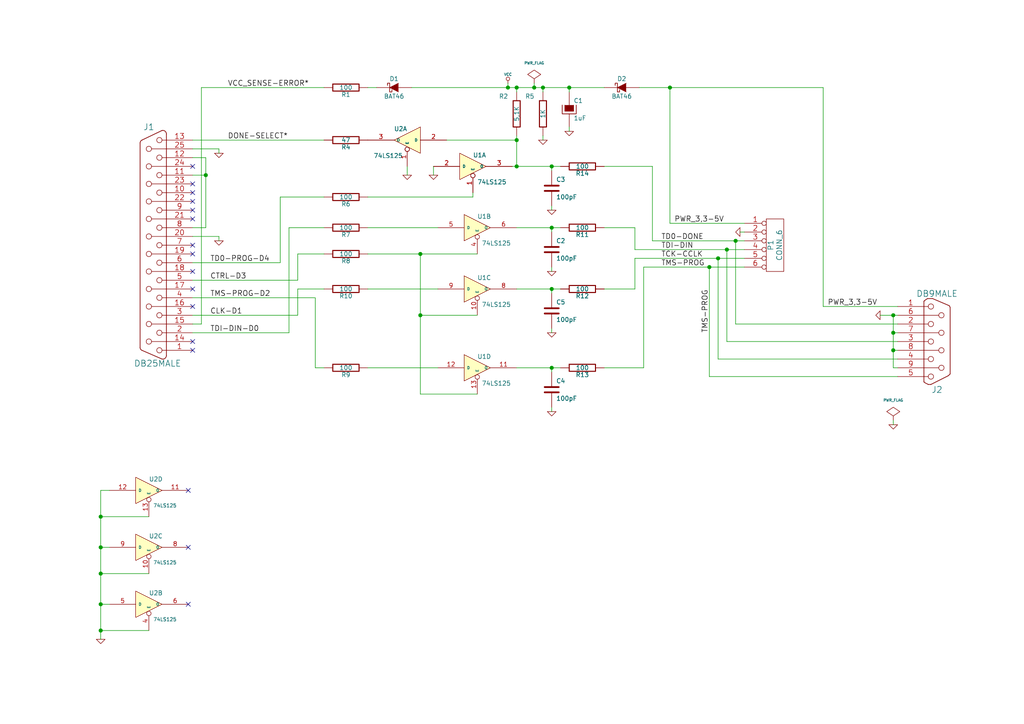
<source format=kicad_sch>
(kicad_sch (version 20220822) (generator eeschema)
  (paper "A4")
  (title_block (title "PARALLEL CABLE III") (date "Sun 22 Mar 2015") (rev "1"))
  (lib_symbols
    (symbol "74LS125_1" (pin_names (offset 0.762))
      (property "Reference" "U" (at 0 2.54 0))
      (property "Value" "74LS125" (at 1.27 -3.81 0))
      (symbol "74LS125_1_0_0"
        (pin power_in line (at -3.81 3.81 270) (length 0) hide (name "VCC") (number "14"))
        (pin power_in line (at -3.81 -3.81 90) (length 0) hide (name "GND") (number "7"))
      )
      (symbol "74LS125_1_0_1"
        (polyline (pts (xy -3.81 3.81) (xy -3.81 -3.81) (xy 3.81 0) (xy -3.81 3.81)) (fill (type background)))
      )
      (symbol "74LS125_1_1_0"
        (pin input inverted (at 0 -7.62 90) (length 5.588) (name "E") (number "1"))
      )
      (symbol "74LS125_1_1_1"
        (pin input line (at -11.43 0 0) (length 7.62) (name "D") (number "2"))
        (pin tri_state line (at 11.43 0 180) (length 7.62) (name "O") (number "3"))
      )
      (symbol "74LS125_1_2_0"
        (pin input inverted (at 0 -7.62 90) (length 5.588) (name "E") (number "4"))
      )
      (symbol "74LS125_1_2_1"
        (pin input line (at -11.43 0 0) (length 7.62) (name "D") (number "5"))
        (pin tri_state line (at 11.43 0 180) (length 7.62) (name "O") (number "6"))
      )
      (symbol "74LS125_1_3_0"
        (pin input inverted (at 0 -7.62 90) (length 5.588) (name "E") (number "10"))
      )
      (symbol "74LS125_1_3_1"
        (pin tri_state line (at 11.43 0 180) (length 7.62) (name "O") (number "8"))
        (pin input line (at -11.43 0 0) (length 7.62) (name "D") (number "9"))
      )
      (symbol "74LS125_1_4_0"
        (pin input inverted (at 0 -7.62 90) (length 5.588) (name "E") (number "13"))
      )
      (symbol "74LS125_1_4_1"
        (pin tri_state line (at 11.43 0 180) (length 7.62) (name "O") (number "11"))
        (pin input line (at -11.43 0 0) (length 7.62) (name "D") (number "12"))
      )
    )
    (symbol "74LS125_2" (pin_names (offset 0.762))
      (property "Reference" "U" (at 0 2.54 0))
      (property "Value" "74LS125" (at 1.27 -3.81 0))
      (symbol "74LS125_2_0_0"
        (pin power_in line (at -3.81 3.81 270) (length 0) hide (name "VCC") (number "14"))
        (pin power_in line (at -3.81 -3.81 90) (length 0) hide (name "GND") (number "7"))
      )
      (symbol "74LS125_2_0_1"
        (polyline (pts (xy -3.81 3.81) (xy -3.81 -3.81) (xy 3.81 0) (xy -3.81 3.81)) (fill (type background)))
      )
      (symbol "74LS125_2_1_0"
        (pin input inverted (at 0 -7.62 90) (length 5.588) (name "E") (number "1"))
      )
      (symbol "74LS125_2_1_1"
        (pin input line (at -11.43 0 0) (length 7.62) (name "D") (number "2"))
        (pin tri_state line (at 11.43 0 180) (length 7.62) (name "O") (number "3"))
      )
      (symbol "74LS125_2_2_0"
        (pin input inverted (at 0 -7.62 90) (length 5.588) (name "E") (number "4"))
      )
      (symbol "74LS125_2_2_1"
        (pin input line (at -11.43 0 0) (length 7.62) (name "D") (number "5"))
        (pin tri_state line (at 11.43 0 180) (length 7.62) (name "O") (number "6"))
      )
      (symbol "74LS125_2_3_0"
        (pin input inverted (at 0 -7.62 90) (length 5.588) (name "E") (number "10"))
      )
      (symbol "74LS125_2_3_1"
        (pin tri_state line (at 11.43 0 180) (length 7.62) (name "O") (number "8"))
        (pin input line (at -11.43 0 0) (length 7.62) (name "D") (number "9"))
      )
      (symbol "74LS125_2_4_0"
        (pin input inverted (at 0 -7.62 90) (length 5.588) (name "E") (number "13"))
      )
      (symbol "74LS125_2_4_1"
        (pin tri_state line (at 11.43 0 180) (length 7.62) (name "O") (number "11"))
        (pin input line (at -11.43 0 0) (length 7.62) (name "D") (number "12"))
      )
    )
    (symbol "74LS125_3" (pin_names (offset 0.762))
      (property "Reference" "U" (at 0 2.54 0))
      (property "Value" "74LS125" (at 1.27 -3.81 0))
      (symbol "74LS125_3_0_0"
        (pin power_in line (at -3.81 3.81 270) (length 0) hide (name "VCC") (number "14"))
        (pin power_in line (at -3.81 -3.81 90) (length 0) hide (name "GND") (number "7"))
      )
      (symbol "74LS125_3_0_1"
        (polyline (pts (xy -3.81 3.81) (xy -3.81 -3.81) (xy 3.81 0) (xy -3.81 3.81)) (fill (type background)))
      )
      (symbol "74LS125_3_1_0"
        (pin input inverted (at 0 -7.62 90) (length 5.588) (name "E") (number "1"))
      )
      (symbol "74LS125_3_1_1"
        (pin input line (at -11.43 0 0) (length 7.62) (name "D") (number "2"))
        (pin tri_state line (at 11.43 0 180) (length 7.62) (name "O") (number "3"))
      )
      (symbol "74LS125_3_2_0"
        (pin input inverted (at 0 -7.62 90) (length 5.588) (name "E") (number "4"))
      )
      (symbol "74LS125_3_2_1"
        (pin input line (at -11.43 0 0) (length 7.62) (name "D") (number "5"))
        (pin tri_state line (at 11.43 0 180) (length 7.62) (name "O") (number "6"))
      )
      (symbol "74LS125_3_3_0"
        (pin input inverted (at 0 -7.62 90) (length 5.588) (name "E") (number "10"))
      )
      (symbol "74LS125_3_3_1"
        (pin tri_state line (at 11.43 0 180) (length 7.62) (name "O") (number "8"))
        (pin input line (at -11.43 0 0) (length 7.62) (name "D") (number "9"))
      )
      (symbol "74LS125_3_4_0"
        (pin input inverted (at 0 -7.62 90) (length 5.588) (name "E") (number "13"))
      )
      (symbol "74LS125_3_4_1"
        (pin tri_state line (at 11.43 0 180) (length 7.62) (name "O") (number "11"))
        (pin input line (at -11.43 0 0) (length 7.62) (name "D") (number "12"))
      )
    )
    (symbol "74LS125_4" (pin_names (offset 0.762))
      (property "Reference" "U" (at 0 2.54 0))
      (property "Value" "74LS125" (at 1.27 -3.81 0))
      (symbol "74LS125_4_0_0"
        (pin power_in line (at -3.81 3.81 270) (length 0) hide (name "VCC") (number "14"))
        (pin power_in line (at -3.81 -3.81 90) (length 0) hide (name "GND") (number "7"))
      )
      (symbol "74LS125_4_0_1"
        (polyline (pts (xy -3.81 3.81) (xy -3.81 -3.81) (xy 3.81 0) (xy -3.81 3.81)) (fill (type background)))
      )
      (symbol "74LS125_4_1_0"
        (pin input inverted (at 0 -7.62 90) (length 5.588) (name "E") (number "1"))
      )
      (symbol "74LS125_4_1_1"
        (pin input line (at -11.43 0 0) (length 7.62) (name "D") (number "2"))
        (pin tri_state line (at 11.43 0 180) (length 7.62) (name "O") (number "3"))
      )
      (symbol "74LS125_4_2_0"
        (pin input inverted (at 0 -7.62 90) (length 5.588) (name "E") (number "4"))
      )
      (symbol "74LS125_4_2_1"
        (pin input line (at -11.43 0 0) (length 7.62) (name "D") (number "5"))
        (pin tri_state line (at 11.43 0 180) (length 7.62) (name "O") (number "6"))
      )
      (symbol "74LS125_4_3_0"
        (pin input inverted (at 0 -7.62 90) (length 5.588) (name "E") (number "10"))
      )
      (symbol "74LS125_4_3_1"
        (pin tri_state line (at 11.43 0 180) (length 7.62) (name "O") (number "8"))
        (pin input line (at -11.43 0 0) (length 7.62) (name "D") (number "9"))
      )
      (symbol "74LS125_4_4_0"
        (pin input inverted (at 0 -7.62 90) (length 5.588) (name "E") (number "13"))
      )
      (symbol "74LS125_4_4_1"
        (pin tri_state line (at 11.43 0 180) (length 7.62) (name "O") (number "11"))
        (pin input line (at -11.43 0 0) (length 7.62) (name "D") (number "12"))
      )
    )
    (symbol "74LS125_5" (pin_names (offset 0.762))
      (property "Reference" "U" (at 0 2.54 0))
      (property "Value" "74LS125" (at 1.27 -3.81 0))
      (symbol "74LS125_5_0_0"
        (pin power_in line (at -3.81 3.81 270) (length 0) hide (name "VCC") (number "14"))
        (pin power_in line (at -3.81 -3.81 90) (length 0) hide (name "GND") (number "7"))
      )
      (symbol "74LS125_5_0_1"
        (polyline (pts (xy -3.81 3.81) (xy -3.81 -3.81) (xy 3.81 0) (xy -3.81 3.81)) (fill (type background)))
      )
      (symbol "74LS125_5_1_0"
        (pin input inverted (at 0 -7.62 90) (length 5.588) (name "E") (number "1"))
      )
      (symbol "74LS125_5_1_1"
        (pin input line (at -11.43 0 0) (length 7.62) (name "D") (number "2"))
        (pin tri_state line (at 11.43 0 180) (length 7.62) (name "O") (number "3"))
      )
      (symbol "74LS125_5_2_0"
        (pin input inverted (at 0 -7.62 90) (length 5.588) (name "E") (number "4"))
      )
      (symbol "74LS125_5_2_1"
        (pin input line (at -11.43 0 0) (length 7.62) (name "D") (number "5"))
        (pin tri_state line (at 11.43 0 180) (length 7.62) (name "O") (number "6"))
      )
      (symbol "74LS125_5_3_0"
        (pin input inverted (at 0 -7.62 90) (length 5.588) (name "E") (number "10"))
      )
      (symbol "74LS125_5_3_1"
        (pin tri_state line (at 11.43 0 180) (length 7.62) (name "O") (number "8"))
        (pin input line (at -11.43 0 0) (length 7.62) (name "D") (number "9"))
      )
      (symbol "74LS125_5_4_0"
        (pin input inverted (at 0 -7.62 90) (length 5.588) (name "E") (number "13"))
      )
      (symbol "74LS125_5_4_1"
        (pin tri_state line (at 11.43 0 180) (length 7.62) (name "O") (number "11"))
        (pin input line (at -11.43 0 0) (length 7.62) (name "D") (number "12"))
      )
    )
    (symbol "74LS125_6" (pin_names (offset 0.762))
      (property "Reference" "U" (at 0 2.54 0))
      (property "Value" "74LS125" (at 1.27 -3.81 0))
      (symbol "74LS125_6_0_0"
        (pin power_in line (at -3.81 3.81 270) (length 0) hide (name "VCC") (number "14"))
        (pin power_in line (at -3.81 -3.81 90) (length 0) hide (name "GND") (number "7"))
      )
      (symbol "74LS125_6_0_1"
        (polyline (pts (xy -3.81 3.81) (xy -3.81 -3.81) (xy 3.81 0) (xy -3.81 3.81)) (fill (type background)))
      )
      (symbol "74LS125_6_1_0"
        (pin input inverted (at 0 -7.62 90) (length 5.588) (name "E") (number "1"))
      )
      (symbol "74LS125_6_1_1"
        (pin input line (at -11.43 0 0) (length 7.62) (name "D") (number "2"))
        (pin tri_state line (at 11.43 0 180) (length 7.62) (name "O") (number "3"))
      )
      (symbol "74LS125_6_2_0"
        (pin input inverted (at 0 -7.62 90) (length 5.588) (name "E") (number "4"))
      )
      (symbol "74LS125_6_2_1"
        (pin input line (at -11.43 0 0) (length 7.62) (name "D") (number "5"))
        (pin tri_state line (at 11.43 0 180) (length 7.62) (name "O") (number "6"))
      )
      (symbol "74LS125_6_3_0"
        (pin input inverted (at 0 -7.62 90) (length 5.588) (name "E") (number "10"))
      )
      (symbol "74LS125_6_3_1"
        (pin tri_state line (at 11.43 0 180) (length 7.62) (name "O") (number "8"))
        (pin input line (at -11.43 0 0) (length 7.62) (name "D") (number "9"))
      )
      (symbol "74LS125_6_4_0"
        (pin input inverted (at 0 -7.62 90) (length 5.588) (name "E") (number "13"))
      )
      (symbol "74LS125_6_4_1"
        (pin tri_state line (at 11.43 0 180) (length 7.62) (name "O") (number "11"))
        (pin input line (at -11.43 0 0) (length 7.62) (name "D") (number "12"))
      )
    )
    (symbol "74LS125_7" (pin_names (offset 0.762))
      (property "Reference" "U" (at 0 2.54 0))
      (property "Value" "74LS125" (at 1.27 -3.81 0))
      (symbol "74LS125_7_0_0"
        (pin power_in line (at -3.81 3.81 270) (length 0) hide (name "VCC") (number "14"))
        (pin power_in line (at -3.81 -3.81 90) (length 0) hide (name "GND") (number "7"))
      )
      (symbol "74LS125_7_0_1"
        (polyline (pts (xy -3.81 3.81) (xy -3.81 -3.81) (xy 3.81 0) (xy -3.81 3.81)) (fill (type background)))
      )
      (symbol "74LS125_7_1_0"
        (pin input inverted (at 0 -7.62 90) (length 5.588) (name "E") (number "1"))
      )
      (symbol "74LS125_7_1_1"
        (pin input line (at -11.43 0 0) (length 7.62) (name "D") (number "2"))
        (pin tri_state line (at 11.43 0 180) (length 7.62) (name "O") (number "3"))
      )
      (symbol "74LS125_7_2_0"
        (pin input inverted (at 0 -7.62 90) (length 5.588) (name "E") (number "4"))
      )
      (symbol "74LS125_7_2_1"
        (pin input line (at -11.43 0 0) (length 7.62) (name "D") (number "5"))
        (pin tri_state line (at 11.43 0 180) (length 7.62) (name "O") (number "6"))
      )
      (symbol "74LS125_7_3_0"
        (pin input inverted (at 0 -7.62 90) (length 5.588) (name "E") (number "10"))
      )
      (symbol "74LS125_7_3_1"
        (pin tri_state line (at 11.43 0 180) (length 7.62) (name "O") (number "8"))
        (pin input line (at -11.43 0 0) (length 7.62) (name "D") (number "9"))
      )
      (symbol "74LS125_7_4_0"
        (pin input inverted (at 0 -7.62 90) (length 5.588) (name "E") (number "13"))
      )
      (symbol "74LS125_7_4_1"
        (pin tri_state line (at 11.43 0 180) (length 7.62) (name "O") (number "11"))
        (pin input line (at -11.43 0 0) (length 7.62) (name "D") (number "12"))
      )
    )
    (symbol "sonde_xilinx_schlib:74LS125" (pin_names (offset 0.762))
      (property "Reference" "U" (at 0 2.54 0))
      (property "Value" "74LS125" (at 1.27 -3.81 0))
      (symbol "74LS125_0_0"
        (pin power_in line (at -3.81 3.81 270) (length 0) hide (name "VCC") (number "14"))
        (pin power_in line (at -3.81 -3.81 90) (length 0) hide (name "GND") (number "7"))
      )
      (symbol "74LS125_0_1"
        (polyline (pts (xy -3.81 3.81) (xy -3.81 -3.81) (xy 3.81 0) (xy -3.81 3.81)) (fill (type background)))
      )
      (symbol "74LS125_1_0"
        (pin input inverted (at 0 -7.62 90) (length 5.588) (name "E") (number "1"))
      )
      (symbol "74LS125_1_1"
        (pin input line (at -11.43 0 0) (length 7.62) (name "D") (number "2"))
        (pin tri_state line (at 11.43 0 180) (length 7.62) (name "O") (number "3"))
      )
      (symbol "74LS125_2_0"
        (pin input inverted (at 0 -7.62 90) (length 5.588) (name "E") (number "4"))
      )
      (symbol "74LS125_2_1"
        (pin input line (at -11.43 0 0) (length 7.62) (name "D") (number "5"))
        (pin tri_state line (at 11.43 0 180) (length 7.62) (name "O") (number "6"))
      )
      (symbol "74LS125_3_0"
        (pin input inverted (at 0 -7.62 90) (length 5.588) (name "E") (number "10"))
      )
      (symbol "74LS125_3_1"
        (pin tri_state line (at 11.43 0 180) (length 7.62) (name "O") (number "8"))
        (pin input line (at -11.43 0 0) (length 7.62) (name "D") (number "9"))
      )
      (symbol "74LS125_4_0"
        (pin input inverted (at 0 -7.62 90) (length 5.588) (name "E") (number "13"))
      )
      (symbol "74LS125_4_1"
        (pin tri_state line (at 11.43 0 180) (length 7.62) (name "O") (number "11"))
        (pin input line (at -11.43 0 0) (length 7.62) (name "D") (number "12"))
      )
    )
    (symbol "sonde_xilinx_schlib:C" (pin_numbers hide) (pin_names (offset 0.254))
      (property "Reference" "C" (at 0 2.54 0))
      (property "Value" "C" (at 0.1524 -2.159 0))
      (symbol "C_0_1"
        (polyline (pts (xy -2.032 -0.762) (xy 2.032 -0.762)) (stroke (width 0.508)))
        (polyline (pts (xy -2.032 0.762) (xy 2.032 0.762)) (stroke (width 0.508)))
      )
      (symbol "C_1_1"
        (pin passive line (at 0 5.08 270) (length 4.318) (name "~") (number "1"))
        (pin passive line (at 0 -5.08 90) (length 4.318) (name "~") (number "2"))
      )
    )
    (symbol "sonde_xilinx_schlib:CONN_6" (pin_names (offset 0.762) hide)
      (property "Reference" "P" (at -1.27 0 90))
      (property "Value" "CONN_6" (at 1.27 0 90))
      (symbol "CONN_6_0_1"
        (rectangle (start -2.54 7.62) (end 2.54 -7.62))
      )
      (symbol "CONN_6_1_1"
        (pin passive inverted (at -8.89 6.35 0) (length 6.35) (name "1") (number "1"))
        (pin passive inverted (at -8.89 3.81 0) (length 6.35) (name "2") (number "2"))
        (pin passive inverted (at -8.89 1.27 0) (length 6.35) (name "3") (number "3"))
        (pin passive inverted (at -8.89 -1.27 0) (length 6.35) (name "4") (number "4"))
        (pin passive inverted (at -8.89 -3.81 0) (length 6.35) (name "5") (number "5"))
        (pin passive inverted (at -8.89 -6.35 0) (length 6.35) (name "6") (number "6"))
      )
    )
    (symbol "sonde_xilinx_schlib:CP" (pin_numbers hide) (pin_names (offset 0.254) hide)
      (property "Reference" "C" (at 1.27 2.54 0))
      (property "Value" "CP" (at 1.27 -2.54 0))
      (symbol "CP_0_1"
        (polyline (pts (xy -2.032 1.27) (xy -2.032 -1.27) (xy 2.032 -1.27) (xy 2.032 1.27)) (stroke (width 0.2032)))
        (polyline (pts (xy -1.27 1.27) (xy -1.27 -0.508) (xy 1.27 -0.508) (xy 1.27 1.27)) (fill (type outline)))
      )
      (symbol "CP_1_1"
        (pin passive line (at 0 5.08 270) (length 3.81) (name "~") (number "1"))
        (pin passive line (at 0 -5.08 90) (length 3.81) (name "~") (number "2"))
      )
    )
    (symbol "sonde_xilinx_schlib:DB25" (pin_names (offset 1.016) hide)
      (property "Reference" "J" (at 1.27 34.29 0))
      (property "Value" "DB25" (at -1.27 -34.29 0))
      (symbol "DB25_0_1"
        (arc (start -3.81 -32.004) (mid -3.4118 -32.8103) (end -2.54 -33.02) (stroke (width 0.2032)))
        (arc (start -2.54 33.274) (mid -3.4192 33.0712) (end -3.81 32.258) (stroke (width 0.2032)))
        (circle (center -1.778 -30.48) (radius 0.762))
        (circle (center -1.778 -25.4) (radius 0.762))
        (circle (center -1.778 -20.32) (radius 0.762))
        (circle (center -1.778 -15.24) (radius 0.762))
        (circle (center -1.778 -10.16) (radius 0.762))
        (circle (center -1.778 -5.08) (radius 0.762))
        (circle (center -1.778 0) (radius 0.762))
        (circle (center -1.778 5.08) (radius 0.762))
        (circle (center -1.778 10.16) (radius 0.762))
        (circle (center -1.778 15.24) (radius 0.762))
        (circle (center -1.778 20.32) (radius 0.762))
        (circle (center -1.778 25.4) (radius 0.762))
        (circle (center -1.778 30.48) (radius 0.762))
        (polyline (pts (xy -3.81 -32.004) (xy -3.81 32.258)) (stroke (width 0.2032)))
        (polyline (pts (xy -3.81 -30.48) (xy -2.54 -30.48)))
        (polyline (pts (xy -3.81 -27.94) (xy 0.508 -27.94)))
        (polyline (pts (xy -3.81 -25.4) (xy -2.54 -25.4)))
        (polyline (pts (xy -3.81 -22.86) (xy 0.508 -22.86)))
        (polyline (pts (xy -3.81 -20.32) (xy -2.54 -20.32)))
        (polyline (pts (xy -3.81 -17.78) (xy 0.508 -17.78)))
        (polyline (pts (xy -3.81 -15.24) (xy -2.54 -15.24)))
        (polyline (pts (xy -3.81 -12.7) (xy 0.508 -12.7)))
        (polyline (pts (xy -3.81 -10.16) (xy -2.54 -10.16)))
        (polyline (pts (xy -3.81 -7.62) (xy 0.508 -7.62)))
        (polyline (pts (xy -3.81 -5.08) (xy -2.54 -5.08)))
        (polyline (pts (xy -3.81 -2.54) (xy 0.508 -2.54)))
        (polyline (pts (xy -3.81 0) (xy -2.54 0)))
        (polyline (pts (xy -3.81 2.54) (xy 0.508 2.54)))
        (polyline (pts (xy -3.81 5.08) (xy -2.54 5.08)))
        (polyline (pts (xy -3.81 7.62) (xy 0.508 7.62)))
        (polyline (pts (xy -3.81 10.16) (xy -2.54 10.16)))
        (polyline (pts (xy -3.81 12.7) (xy 0.508 12.7)))
        (polyline (pts (xy -3.81 15.24) (xy -2.54 15.24)))
        (polyline (pts (xy -3.81 17.78) (xy 0.508 17.78)))
        (polyline (pts (xy -3.81 20.32) (xy -2.54 20.32)))
        (polyline (pts (xy -3.81 22.86) (xy 0.508 22.86)))
        (polyline (pts (xy -3.81 25.4) (xy -2.54 25.4)))
        (polyline (pts (xy -3.81 27.94) (xy 0.508 27.94)))
        (polyline (pts (xy -3.81 30.48) (xy -2.54 30.48)))
        (polyline (pts (xy -2.54 -33.02) (xy 3.302 -30.48)) (stroke (width 0.2032)))
        (polyline (pts (xy 3.302 30.48) (xy -2.54 33.274)) (stroke (width 0.2032)))
        (polyline (pts (xy 3.81 -29.718) (xy 3.81 29.718)) (stroke (width 0.2032)))
        (circle (center 1.27 -27.94) (radius 0.762))
        (circle (center 1.27 -22.86) (radius 0.762))
        (circle (center 1.27 -17.78) (radius 0.762))
        (circle (center 1.27 -12.7) (radius 0.762))
        (circle (center 1.27 -7.62) (radius 0.762))
        (circle (center 1.27 -2.54) (radius 0.762))
        (circle (center 1.27 2.54) (radius 0.762))
        (circle (center 1.27 7.62) (radius 0.762))
        (circle (center 1.27 12.7) (radius 0.762))
        (circle (center 1.27 17.78) (radius 0.762))
        (circle (center 1.27 22.86) (radius 0.762))
        (circle (center 1.27 27.94) (radius 0.762))
        (arc (start 3.302 -30.48) (mid 3.6653 -30.1718) (end 3.81 -29.718) (stroke (width 0.2032)))
        (arc (start 3.7846 29.718) (mid 3.654 30.1598) (end 3.302 30.4546) (stroke (width 0.2032)))
      )
      (symbol "DB25_1_1"
        (pin passive line (at -11.43 -30.48 0) (length 7.62) (name "1") (number "1"))
        (pin passive line (at -11.43 15.24 0) (length 7.62) (name "10") (number "10"))
        (pin passive line (at -11.43 20.32 0) (length 7.62) (name "11") (number "11"))
        (pin passive line (at -11.43 25.4 0) (length 7.62) (name "12") (number "12"))
        (pin passive line (at -11.43 30.48 0) (length 7.62) (name "13") (number "13"))
        (pin passive line (at -11.43 -27.94 0) (length 7.62) (name "P14") (number "14"))
        (pin passive line (at -11.43 -22.86 0) (length 7.62) (name "P15") (number "15"))
        (pin passive line (at -11.43 -17.78 0) (length 7.62) (name "P16") (number "16"))
        (pin passive line (at -11.43 -12.7 0) (length 7.62) (name "P17") (number "17"))
        (pin passive line (at -11.43 -7.62 0) (length 7.62) (name "P18") (number "18"))
        (pin passive line (at -11.43 -2.54 0) (length 7.62) (name "P19") (number "19"))
        (pin passive line (at -11.43 -25.4 0) (length 7.62) (name "2") (number "2"))
        (pin passive line (at -11.43 2.54 0) (length 7.62) (name "P20") (number "20"))
        (pin passive line (at -11.43 7.62 0) (length 7.62) (name "P21") (number "21"))
        (pin passive line (at -11.43 12.7 0) (length 7.62) (name "P22") (number "22"))
        (pin passive line (at -11.43 17.78 0) (length 7.62) (name "P23") (number "23"))
        (pin passive line (at -11.43 22.86 0) (length 7.62) (name "P24") (number "24"))
        (pin passive line (at -11.43 27.94 0) (length 7.62) (name "P25") (number "25"))
        (pin passive line (at -11.43 -20.32 0) (length 7.62) (name "3") (number "3"))
        (pin passive line (at -11.43 -15.24 0) (length 7.62) (name "4") (number "4"))
        (pin passive line (at -11.43 -10.16 0) (length 7.62) (name "5") (number "5"))
        (pin passive line (at -11.43 -5.08 0) (length 7.62) (name "6") (number "6"))
        (pin passive line (at -11.43 0 0) (length 7.62) (name "7") (number "7"))
        (pin passive line (at -11.43 5.08 0) (length 7.62) (name "8") (number "8"))
        (pin passive line (at -11.43 10.16 0) (length 7.62) (name "9") (number "9"))
      )
    )
    (symbol "sonde_xilinx_schlib:DB9" (pin_names (offset 1.016) hide)
      (property "Reference" "J" (at 0 13.97 0))
      (property "Value" "DB9" (at 0 -13.97 0))
      (symbol "DB9_0_1"
        (circle (center -1.778 -10.16) (radius 0.762))
        (circle (center -1.778 -5.08) (radius 0.762))
        (circle (center -1.778 0) (radius 0.762))
        (circle (center -1.778 5.08) (radius 0.762))
        (circle (center -1.778 10.16) (radius 0.762))
        (polyline (pts (xy -3.81 -11.684) (xy -3.81 11.684)) (stroke (width 0.2032)))
        (polyline (pts (xy -3.81 -11.6586) (xy -3.556 -11.938)) (stroke (width 0.2032)))
        (polyline (pts (xy -3.81 -10.16) (xy -2.54 -10.16)))
        (polyline (pts (xy -3.81 -7.62) (xy 0.508 -7.62)))
        (polyline (pts (xy -3.81 -5.08) (xy -2.54 -5.08)))
        (polyline (pts (xy -3.81 -2.54) (xy 0.508 -2.54)))
        (polyline (pts (xy -3.81 0) (xy -2.54 0)))
        (polyline (pts (xy -3.81 2.54) (xy 0.508 2.54)))
        (polyline (pts (xy -3.81 5.08) (xy -2.54 5.08)))
        (polyline (pts (xy -3.81 7.62) (xy 0.508 7.62)))
        (polyline (pts (xy -3.81 10.16) (xy -2.54 10.16)))
        (polyline (pts (xy -3.556 -11.938) (xy -2.794 -12.446)) (stroke (width 0.2032)))
        (polyline (pts (xy -3.556 11.938) (xy -3.81 11.684)) (stroke (width 0.2032)))
        (polyline (pts (xy -3.556 11.938) (xy -2.54 12.446)) (stroke (width 0.2032)))
        (polyline (pts (xy -2.794 -12.446) (xy -1.27 -12.446)) (stroke (width 0.2032)))
        (polyline (pts (xy -2.54 12.446) (xy -1.778 12.446)) (stroke (width 0.2032)))
        (polyline (pts (xy 3.2766 9.906) (xy -1.778 12.446)) (stroke (width 0.2032)))
        (polyline (pts (xy 3.2766 9.906) (xy 3.81 9.398)) (stroke (width 0.2032)))
        (polyline (pts (xy 3.556 -10.3886) (xy -1.27 -12.446)) (stroke (width 0.2032)))
        (polyline (pts (xy 3.81 -9.906) (xy 3.556 -10.3886)) (stroke (width 0.2032)))
        (polyline (pts (xy 3.81 9.398) (xy 3.81 -9.906)) (stroke (width 0.2032)))
        (circle (center 1.27 -7.62) (radius 0.762))
        (circle (center 1.27 -2.54) (radius 0.762))
        (circle (center 1.27 2.54) (radius 0.762))
        (circle (center 1.27 7.62) (radius 0.762))
      )
      (symbol "DB9_1_1"
        (pin passive line (at -11.43 -10.16 0) (length 7.62) (name "1") (number "1"))
        (pin passive line (at -11.43 -5.08 0) (length 7.62) (name "2") (number "2"))
        (pin passive line (at -11.43 0 0) (length 7.62) (name "3") (number "3"))
        (pin passive line (at -11.43 5.08 0) (length 7.62) (name "4") (number "4"))
        (pin passive line (at -11.43 10.16 0) (length 7.62) (name "5") (number "5"))
        (pin passive line (at -11.43 -7.62 0) (length 7.62) (name "P6") (number "6"))
        (pin passive line (at -11.43 -2.54 0) (length 7.62) (name "P7") (number "7"))
        (pin passive line (at -11.43 2.54 0) (length 7.62) (name "P8") (number "8"))
        (pin passive line (at -11.43 7.62 0) (length 7.62) (name "P9") (number "9"))
      )
    )
    (symbol "sonde_xilinx_schlib:DIODESCH" (pin_numbers hide) (pin_names (offset 1.016) hide)
      (property "Reference" "D" (at 0 2.54 0))
      (property "Value" "DIODESCH" (at 0 -2.54 0))
      (symbol "DIODESCH_0_1"
        (polyline (pts (xy -1.27 1.27) (xy 1.27 0) (xy -1.27 -1.27)) (fill (type outline)))
        (polyline (pts (xy 1.905 0.635) (xy 1.905 1.27) (xy 1.27 1.27) (xy 1.27 -1.27) (xy 0.635 -1.27) (xy 0.635 -0.635)) (stroke (width 0.2032)))
      )
      (symbol "DIODESCH_1_1"
        (pin passive line (at -5.08 0 0) (length 3.81) (name "A") (number "1"))
        (pin passive line (at 5.08 0 180) (length 3.81) (name "K") (number "2"))
      )
    )
    (symbol "sonde_xilinx_schlib:GND" (power) (pin_names (offset 0))
      (symbol "GND_0_1"
        (polyline (pts (xy -1.27 0) (xy 0 -1.27) (xy 1.27 0) (xy -1.27 0)))
      )
      (symbol "GND_1_1"
        (pin power_in line (at 0 0 90) (length 0) hide (name "GND") (number "1"))
      )
    )
    (symbol "sonde_xilinx_schlib:PWR_FLAG" (power) (pin_numbers hide) (pin_names (offset 0) hide)
      (property "Value" "PWR_FLAG" (at 0 4.572 0))
      (symbol "PWR_FLAG_0_0"
        (pin power_out line (at 0 0 90) (length 0) (name "pwr") (number "1"))
      )
      (symbol "PWR_FLAG_0_1"
        (polyline (pts (xy 0 0) (xy 0 1.27) (xy -1.905 2.54) (xy 0 3.81) (xy 1.905 2.54) (xy 0 1.27)))
      )
    )
    (symbol "sonde_xilinx_schlib:R" (pin_numbers hide) (pin_names (offset 0))
      (property "Reference" "R" (at 2.032 0 90))
      (property "Value" "R" (at 0.1778 0.0254 90))
      (symbol "R_0_1"
        (rectangle (start -1.016 3.81) (end 1.016 -3.81) (stroke (width 0.3048)))
      )
      (symbol "R_1_1"
        (pin passive line (at 0 6.35 270) (length 2.54) (name "~") (number "1"))
        (pin passive line (at 0 -6.35 90) (length 2.54) (name "~") (number "2"))
      )
    )
    (symbol "sonde_xilinx_schlib:VCC" (power) (pin_names (offset 0))
      (property "Value" "VCC" (at 0 2.54 0))
      (symbol "VCC_0_0"
        (pin power_in line (at 0 0 90) (length 0) hide (name "VCC") (number "1"))
      )
      (symbol "VCC_0_1"
        (polyline (pts (xy 0 0) (xy 0 0.762) (xy 0 0.762)))
        (circle (center 0 1.27) (radius 0.508))
      )
    )
  )
  (junction (at 259.08 91.44) (diameter 1.016))
  (junction (at 194.31 25.4) (diameter 1.016))
  (junction (at 213.36 69.85) (diameter 1.016))
  (junction (at 29.21 182.88) (diameter 1.016))
  (junction (at 160.02 83.82) (diameter 1.016))
  (junction (at 59.69 50.8) (diameter 1.016))
  (junction (at 29.21 166.37) (diameter 1.016))
  (junction (at 149.86 40.64) (diameter 1.016))
  (junction (at 121.92 91.44) (diameter 1.016))
  (junction (at 160.02 106.68) (diameter 1.016))
  (junction (at 149.86 25.4) (diameter 1.016))
  (junction (at 157.48 25.4) (diameter 1.016))
  (junction (at 205.74 77.47) (diameter 1.016))
  (junction (at 208.28 74.93) (diameter 1.016))
  (junction (at 259.08 101.6) (diameter 1.016))
  (junction (at 160.02 66.04) (diameter 1.016))
  (junction (at 29.21 158.75) (diameter 1.016))
  (junction (at 29.21 149.86) (diameter 1.016))
  (junction (at 259.08 96.52) (diameter 1.016))
  (junction (at 154.94 25.4) (diameter 1.016))
  (junction (at 29.21 175.26) (diameter 1.016))
  (junction (at 210.82 72.39) (diameter 1.016))
  (junction (at 121.92 73.66) (diameter 1.016))
  (junction (at 149.86 48.26) (diameter 1.016))
  (junction (at 160.02 48.26) (diameter 1.016))
  (junction (at 147.32 25.4) (diameter 1.016))
  (junction (at 165.1 25.4) (diameter 1.016))
  (no_connect (at 54.61 175.26))
  (no_connect (at 55.88 88.9))
  (no_connect (at 54.61 142.24))
  (no_connect (at 54.61 158.75))
  (no_connect (at 55.88 55.88))
  (no_connect (at 55.88 71.12))
  (no_connect (at 55.88 48.26))
  (no_connect (at 55.88 73.66))
  (no_connect (at 55.88 101.6))
  (no_connect (at 55.88 53.34))
  (no_connect (at 55.88 78.74))
  (no_connect (at 55.88 60.96))
  (no_connect (at 55.88 58.42))
  (no_connect (at 55.88 99.06))
  (no_connect (at 55.88 63.5))
  (no_connect (at 55.88 83.82))
  (wire (pts (xy 165.1 25.4) (xy 165.1 26.67)))
  (wire (pts (xy 59.69 66.04) (xy 55.88 66.04)))
  (wire (pts (xy 106.68 57.15) (xy 137.16 57.15)))
  (wire (pts (xy 129.54 40.64) (xy 149.86 40.64)))
  (wire (pts (xy 189.23 48.26) (xy 175.26 48.26)))
  (wire (pts (xy 149.86 106.68) (xy 160.02 106.68)))
  (wire (pts (xy 59.69 45.72) (xy 55.88 45.72)))
  (wire (pts (xy 63.5 69.85) (xy 63.5 68.58)))
  (wire (pts (xy 260.35 99.06) (xy 210.82 99.06)))
  (wire (pts (xy 91.44 86.36) (xy 55.88 86.36)))
  (wire (pts (xy 149.86 66.04) (xy 160.02 66.04)))
  (wire (pts (xy 208.28 104.14) (xy 208.28 74.93)))
  (wire (pts (xy 109.22 25.4) (xy 106.68 25.4)))
  (wire (pts (xy 29.21 166.37) (xy 43.18 166.37)))
  (wire (pts (xy 160.02 95.25) (xy 160.02 96.52)))
  (wire (pts (xy 127 83.82) (xy 106.68 83.82)))
  (wire (pts (xy 184.15 72.39) (xy 184.15 66.04)))
  (wire (pts (xy 157.48 25.4) (xy 165.1 25.4)))
  (wire (pts (xy 148.59 48.26) (xy 149.86 48.26)))
  (wire (pts (xy 149.86 39.37) (xy 149.86 40.64)))
  (wire (pts (xy 260.35 96.52) (xy 259.08 96.52)))
  (wire (pts (xy 259.08 91.44) (xy 260.35 91.44)))
  (wire (pts (xy 160.02 107.95) (xy 160.02 106.68)))
  (wire (pts (xy 157.48 25.4) (xy 157.48 26.67)))
  (wire (pts (xy 205.74 77.47) (xy 215.9 77.47)))
  (wire (pts (xy 29.21 142.24) (xy 29.21 149.86)))
  (wire (pts (xy 29.21 158.75) (xy 31.75 158.75)))
  (wire (pts (xy 55.88 81.28) (xy 86.36 81.28)))
  (wire (pts (xy 29.21 149.86) (xy 29.21 158.75)))
  (wire (pts (xy 86.36 73.66) (xy 93.98 73.66)))
  (wire (pts (xy 29.21 158.75) (xy 29.21 166.37)))
  (wire (pts (xy 86.36 91.44) (xy 86.36 83.82)))
  (wire (pts (xy 208.28 74.93) (xy 215.9 74.93)))
  (wire (pts (xy 147.32 25.4) (xy 149.86 25.4)))
  (wire (pts (xy 55.88 50.8) (xy 59.69 50.8)))
  (wire (pts (xy 259.08 123.19) (xy 259.08 121.92)))
  (wire (pts (xy 137.16 57.15) (xy 137.16 55.88)))
  (wire (pts (xy 59.69 45.72) (xy 59.69 50.8)))
  (wire (pts (xy 83.82 96.52) (xy 83.82 66.04)))
  (wire (pts (xy 189.23 69.85) (xy 189.23 48.26)))
  (wire (pts (xy 29.21 142.24) (xy 31.75 142.24)))
  (wire (pts (xy 160.02 78.74) (xy 160.02 77.47)))
  (wire (pts (xy 121.92 73.66) (xy 138.43 73.66)))
  (wire (pts (xy 63.5 43.18) (xy 55.88 43.18)))
  (wire (pts (xy 58.42 25.4) (xy 93.98 25.4)))
  (wire (pts (xy 91.44 106.68) (xy 91.44 86.36)))
  (wire (pts (xy 63.5 44.45) (xy 63.5 43.18)))
  (wire (pts (xy 184.15 74.93) (xy 208.28 74.93)))
  (wire (pts (xy 149.86 83.82) (xy 160.02 83.82)))
  (wire (pts (xy 259.08 106.68) (xy 260.35 106.68)))
  (wire (pts (xy 160.02 67.31) (xy 160.02 66.04)))
  (wire (pts (xy 29.21 175.26) (xy 31.75 175.26)))
  (wire (pts (xy 160.02 48.26) (xy 160.02 49.53)))
  (wire (pts (xy 205.74 109.22) (xy 205.74 77.47)))
  (wire (pts (xy 260.35 104.14) (xy 208.28 104.14)))
  (wire (pts (xy 127 106.68) (xy 106.68 106.68)))
  (wire (pts (xy 81.28 57.15) (xy 93.98 57.15)))
  (wire (pts (xy 29.21 166.37) (xy 29.21 175.26)))
  (wire (pts (xy 259.08 91.44) (xy 259.08 96.52)))
  (wire (pts (xy 186.69 106.68) (xy 186.69 77.47)))
  (wire (pts (xy 138.43 91.44) (xy 121.92 91.44)))
  (wire (pts (xy 29.21 175.26) (xy 29.21 182.88)))
  (wire (pts (xy 149.86 48.26) (xy 160.02 48.26)))
  (wire (pts (xy 260.35 109.22) (xy 205.74 109.22)))
  (wire (pts (xy 55.88 76.2) (xy 81.28 76.2)))
  (wire (pts (xy 149.86 40.64) (xy 149.86 48.26)))
  (wire (pts (xy 189.23 69.85) (xy 213.36 69.85)))
  (wire (pts (xy 260.35 88.9) (xy 238.76 88.9)))
  (wire (pts (xy 160.02 118.11) (xy 160.02 119.38)))
  (wire (pts (xy 58.42 25.4) (xy 58.42 93.98)))
  (wire (pts (xy 259.08 101.6) (xy 259.08 106.68)))
  (wire (pts (xy 194.31 25.4) (xy 238.76 25.4)))
  (wire (pts (xy 154.94 25.4) (xy 157.48 25.4)))
  (wire (pts (xy 147.32 25.4) (xy 147.32 24.13)))
  (wire (pts (xy 210.82 72.39) (xy 215.9 72.39)))
  (wire (pts (xy 184.15 74.93) (xy 184.15 83.82)))
  (wire (pts (xy 215.9 64.77) (xy 194.31 64.77)))
  (wire (pts (xy 55.88 40.64) (xy 93.98 40.64)))
  (wire (pts (xy 121.92 73.66) (xy 121.92 91.44)))
  (wire (pts (xy 210.82 99.06) (xy 210.82 72.39)))
  (wire (pts (xy 118.11 50.8) (xy 118.11 48.26)))
  (wire (pts (xy 55.88 91.44) (xy 86.36 91.44)))
  (wire (pts (xy 184.15 83.82) (xy 175.26 83.82)))
  (wire (pts (xy 213.36 93.98) (xy 213.36 69.85)))
  (wire (pts (xy 160.02 106.68) (xy 162.56 106.68)))
  (wire (pts (xy 260.35 93.98) (xy 213.36 93.98)))
  (wire (pts (xy 93.98 106.68) (xy 91.44 106.68)))
  (wire (pts (xy 165.1 38.1) (xy 165.1 36.83)))
  (wire (pts (xy 255.27 91.44) (xy 259.08 91.44)))
  (wire (pts (xy 121.92 114.3) (xy 138.43 114.3)))
  (wire (pts (xy 214.63 67.31) (xy 215.9 67.31)))
  (wire (pts (xy 125.73 48.26) (xy 125.73 50.8)))
  (wire (pts (xy 106.68 73.66) (xy 121.92 73.66)))
  (wire (pts (xy 119.38 25.4) (xy 147.32 25.4)))
  (wire (pts (xy 127 66.04) (xy 106.68 66.04)))
  (wire (pts (xy 185.42 25.4) (xy 194.31 25.4)))
  (wire (pts (xy 238.76 25.4) (xy 238.76 88.9)))
  (wire (pts (xy 29.21 182.88) (xy 43.18 182.88)))
  (wire (pts (xy 160.02 83.82) (xy 162.56 83.82)))
  (wire (pts (xy 157.48 40.64) (xy 157.48 39.37)))
  (wire (pts (xy 184.15 72.39) (xy 210.82 72.39)))
  (wire (pts (xy 149.86 25.4) (xy 154.94 25.4)))
  (wire (pts (xy 184.15 66.04) (xy 175.26 66.04)))
  (wire (pts (xy 58.42 93.98) (xy 55.88 93.98)))
  (wire (pts (xy 186.69 77.47) (xy 205.74 77.47)))
  (wire (pts (xy 86.36 83.82) (xy 93.98 83.82)))
  (wire (pts (xy 59.69 50.8) (xy 59.69 66.04)))
  (wire (pts (xy 81.28 76.2) (xy 81.28 57.15)))
  (wire (pts (xy 63.5 68.58) (xy 55.88 68.58)))
  (wire (pts (xy 259.08 101.6) (xy 260.35 101.6)))
  (wire (pts (xy 86.36 81.28) (xy 86.36 73.66)))
  (wire (pts (xy 149.86 25.4) (xy 149.86 26.67)))
  (wire (pts (xy 213.36 69.85) (xy 215.9 69.85)))
  (wire (pts (xy 175.26 106.68) (xy 186.69 106.68)))
  (wire (pts (xy 121.92 91.44) (xy 121.92 114.3)))
  (wire (pts (xy 165.1 25.4) (xy 175.26 25.4)))
  (wire (pts (xy 154.94 24.13) (xy 154.94 25.4)))
  (wire (pts (xy 160.02 66.04) (xy 162.56 66.04)))
  (wire (pts (xy 43.18 149.86) (xy 29.21 149.86)))
  (wire (pts (xy 160.02 48.26) (xy 162.56 48.26)))
  (wire (pts (xy 55.88 96.52) (xy 83.82 96.52)))
  (wire (pts (xy 194.31 64.77) (xy 194.31 25.4)))
  (wire (pts (xy 160.02 85.09) (xy 160.02 83.82)))
  (wire (pts (xy 259.08 96.52) (xy 259.08 101.6)))
  (wire (pts (xy 160.02 60.96) (xy 160.02 59.69)))
  (wire (pts (xy 83.82 66.04) (xy 93.98 66.04)))
  (wire (pts (xy 29.21 182.88) (xy 29.21 185.42)))
  (label "TMS-PROG" (at 205.74 96.52 90) (effects (font (size 1.524 1.524))))
  (label "TDI-DIN-D0" (at 60.96 96.52 0) (effects (font (size 1.524 1.524))))
  (label "CTRL-D3" (at 60.96 81.28 0) (effects (font (size 1.524 1.524))))
  (label "PWR_3,3-5V" (at 240.03 88.9 0) (effects (font (size 1.524 1.524))))
  (label "VCC_SENSE-ERROR*" (at 66.04 25.4 0) (effects (font (size 1.524 1.524))))
  (label "TD0-PROG-D4" (at 60.96 76.2 0) (effects (font (size 1.524 1.524))))
  (label "TMS-PROG" (at 191.77 77.47 0) (effects (font (size 1.524 1.524))))
  (label "TMS-PROG-D2" (at 60.96 86.36 0) (effects (font (size 1.524 1.524))))
  (label "CLK-D1" (at 60.96 91.44 0) (effects (font (size 1.524 1.524))))
  (label "DONE-SELECT*" (at 66.04 40.64 0) (effects (font (size 1.524 1.524))))
  (label "TD0-DONE" (at 191.77 69.85 0) (effects (font (size 1.524 1.524))))
  (label "TDI-DIN" (at 191.77 72.39 0) (effects (font (size 1.524 1.524))))
  (label "TCK-CCLK" (at 191.77 74.93 0) (effects (font (size 1.524 1.524))))
  (label "PWR_3,3-5V" (at 195.58 64.77 0) (effects (font (size 1.524 1.524))))
  (symbol (lib_id "sonde_xilinx_schlib:DB25") (at 44.45 71.12 0) (mirror y) (unit 1)
    (default_instance (reference "U") (unit 1) (value "") (footprint ""))
    (property "Reference" "J1" (at 43.18 36.83 0) (effects (font (size 1.778 1.778))))
    (property "Value" "DB25MALE" (at 45.72 105.41 0) (effects (font (size 1.778 1.778))))
    (property "Footprint" "Connector_Dsub:DSUB-25_Male_EdgeMount_P2.77mm" (effects hide))
  )
  (symbol (lib_id "sonde_xilinx_schlib:R") (at 100.33 25.4 270) (unit 1)
    (default_instance (reference "U") (unit 1) (value "") (footprint ""))
    (property "Reference" "R1" (at 100.33 27.432 90))
    (property "Value" "100" (at 100.33 25.4 90))
    (property "Footprint" "Resistor_THT:R_Axial_DIN0207_L6.3mm_D2.5mm_P10.16mm_Horizontal" (effects hide))
  )
  (symbol (lib_id "sonde_xilinx_schlib:R") (at 100.33 40.64 270) (unit 1)
    (default_instance (reference "U") (unit 1) (value "") (footprint ""))
    (property "Reference" "R4" (at 100.33 42.672 90))
    (property "Value" "47" (at 100.33 40.64 90))
    (property "Footprint" "Resistor_THT:R_Axial_DIN0207_L6.3mm_D2.5mm_P10.16mm_Horizontal" (effects hide))
  )
  (symbol (lib_id "sonde_xilinx_schlib:R") (at 100.33 57.15 270) (unit 1)
    (default_instance (reference "U") (unit 1) (value "") (footprint ""))
    (property "Reference" "R6" (at 100.33 59.182 90))
    (property "Value" "100" (at 100.33 57.15 90))
    (property "Footprint" "Resistor_THT:R_Axial_DIN0207_L6.3mm_D2.5mm_P10.16mm_Horizontal" (effects hide))
  )
  (symbol (lib_id "sonde_xilinx_schlib:R") (at 100.33 83.82 270) (unit 1)
    (default_instance (reference "U") (unit 1) (value "") (footprint ""))
    (property "Reference" "R10" (at 100.33 85.852 90))
    (property "Value" "100" (at 100.33 83.82 90))
    (property "Footprint" "Resistor_THT:R_Axial_DIN0207_L6.3mm_D2.5mm_P10.16mm_Horizontal" (effects hide))
  )
  (symbol (lib_id "sonde_xilinx_schlib:R") (at 100.33 106.68 270) (unit 1)
    (default_instance (reference "U") (unit 1) (value "") (footprint ""))
    (property "Reference" "R9" (at 100.33 108.712 90))
    (property "Value" "100" (at 100.33 106.68 90))
    (property "Footprint" "Resistor_THT:R_Axial_DIN0207_L6.3mm_D2.5mm_P10.16mm_Horizontal" (effects hide))
  )
  (symbol (lib_name "74LS125_2") (lib_id "sonde_xilinx_schlib:74LS125") (at 118.11 40.64 0) (mirror y) (unit 1)
    (default_instance (reference "U") (unit 1) (value "") (footprint ""))
    (property "Reference" "U2" (at 118.11 38.1 0) (effects (justify left bottom)))
    (property "Value" "74LS125" (at 116.84 44.45 0) (effects (justify left top)))
    (property "Footprint" "Package_DIP:DIP-14_W7.62mm_LongPads" (effects hide))
  )
  (symbol (lib_name "74LS125_1") (lib_id "sonde_xilinx_schlib:74LS125") (at 137.16 48.26 0) (unit 1)
    (default_instance (reference "U") (unit 1) (value "") (footprint ""))
    (property "Reference" "U1" (at 137.16 45.72 0) (effects (justify left bottom)))
    (property "Value" "74LS125" (at 138.43 52.07 0) (effects (justify left top)))
    (property "Footprint" "Package_DIP:DIP-14_W7.62mm_LongPads" (effects hide))
  )
  (symbol (lib_name "74LS125_6") (lib_id "sonde_xilinx_schlib:74LS125") (at 138.43 66.04 0) (unit 2)
    (default_instance (reference "U") (unit 1) (value "") (footprint ""))
    (property "Reference" "U1" (at 138.43 63.5 0) (effects (justify left bottom)))
    (property "Value" "74LS125" (at 139.7 69.8246 0) (effects (justify left top)))
    (property "Footprint" "Package_DIP:DIP-14_W7.62mm_LongPads" (effects hide))
  )
  (symbol (lib_name "74LS125_7") (lib_id "sonde_xilinx_schlib:74LS125") (at 138.43 83.82 0) (unit 3)
    (default_instance (reference "U") (unit 1) (value "") (footprint ""))
    (property "Reference" "U1" (at 138.43 81.28 0) (effects (justify left bottom)))
    (property "Value" "74LS125" (at 139.7 87.6046 0) (effects (justify left top)))
    (property "Footprint" "Package_DIP:DIP-14_W7.62mm_LongPads" (effects hide))
  )
  (symbol (lib_id "sonde_xilinx_schlib:74LS125") (at 138.43 106.68 0) (unit 4)
    (default_instance (reference "U") (unit 1) (value "") (footprint ""))
    (property "Reference" "U1" (at 138.43 104.14 0) (effects (justify left bottom)))
    (property "Value" "74LS125" (at 139.7 110.4646 0) (effects (justify left top)))
    (property "Footprint" "Package_DIP:DIP-14_W7.62mm_LongPads" (effects hide))
  )
  (symbol (lib_name "74LS125_3") (lib_id "sonde_xilinx_schlib:74LS125") (at 43.18 175.26 0) (unit 2)
    (default_instance (reference "U") (unit 1) (value "") (footprint ""))
    (property "Reference" "U2" (at 43.18 172.72 0) (effects (justify left bottom)))
    (property "Value" "74LS125" (at 44.45 179.07 0) (effects (font (size 1.016 1.016)) (justify left top)))
    (property "Footprint" "Package_DIP:DIP-14_W7.62mm_LongPads" (effects hide))
  )
  (symbol (lib_name "74LS125_4") (lib_id "sonde_xilinx_schlib:74LS125") (at 43.18 158.75 0) (unit 3)
    (default_instance (reference "U") (unit 1) (value "") (footprint ""))
    (property "Reference" "U2" (at 43.18 156.21 0) (effects (justify left bottom)))
    (property "Value" "74LS125" (at 44.45 162.56 0) (effects (font (size 1.016 1.016)) (justify left top)))
    (property "Footprint" "Package_DIP:DIP-14_W7.62mm_LongPads" (effects hide))
  )
  (symbol (lib_name "74LS125_5") (lib_id "sonde_xilinx_schlib:74LS125") (at 43.18 142.24 0) (unit 4)
    (default_instance (reference "U") (unit 1) (value "") (footprint ""))
    (property "Reference" "U2" (at 43.18 139.7 0) (effects (justify left bottom)))
    (property "Value" "74LS125" (at 44.45 146.05 0) (effects (font (size 1.016 1.016)) (justify left top)))
    (property "Footprint" "Package_DIP:DIP-14_W7.62mm_LongPads" (effects hide))
  )
  (symbol (lib_id "sonde_xilinx_schlib:GND") (at 29.21 185.42 0) (unit 1)
    (default_instance (reference "U") (unit 1) (value "") (footprint ""))
    (property "Reference" "#PWR016" (effects hide))
    (property "Value" "GND" (effects hide))
  )
  (symbol (lib_id "sonde_xilinx_schlib:GND") (at 118.11 50.8 0) (unit 1)
    (default_instance (reference "U") (unit 1) (value "") (footprint ""))
    (property "Reference" "#PWR015" (effects hide))
    (property "Value" "GND" (effects hide))
  )
  (symbol (lib_id "sonde_xilinx_schlib:GND") (at 63.5 44.45 0) (unit 1)
    (default_instance (reference "U") (unit 1) (value "") (footprint ""))
    (property "Reference" "#PWR014" (effects hide))
    (property "Value" "GND" (effects hide))
  )
  (symbol (lib_id "sonde_xilinx_schlib:DIODESCH") (at 114.3 25.4 0) (mirror y) (unit 1)
    (default_instance (reference "U") (unit 1) (value "") (footprint ""))
    (property "Reference" "D1" (at 114.3 22.86 0))
    (property "Value" "BAT46" (at 114.3 27.94 0))
    (property "Footprint" "Diode_THT:D_A-405_P7.62mm_Horizontal" (effects hide))
  )
  (symbol (lib_id "sonde_xilinx_schlib:DIODESCH") (at 180.34 25.4 0) (mirror y) (unit 1)
    (default_instance (reference "U") (unit 1) (value "") (footprint ""))
    (property "Reference" "D2" (at 180.34 22.86 0))
    (property "Value" "BAT46" (at 180.34 27.94 0))
    (property "Footprint" "Diode_THT:D_A-405_P7.62mm_Horizontal" (effects hide))
  )
  (symbol (lib_id "sonde_xilinx_schlib:R") (at 149.86 33.02 0) (unit 1)
    (default_instance (reference "U") (unit 1) (value "") (footprint ""))
    (property "Reference" "R2" (at 146.05 27.94 0))
    (property "Value" "5,1K" (at 149.86 33.02 90))
    (property "Footprint" "Resistor_THT:R_Axial_DIN0207_L6.3mm_D2.5mm_P10.16mm_Horizontal" (effects hide))
  )
  (symbol (lib_id "sonde_xilinx_schlib:R") (at 157.48 33.02 0) (unit 1)
    (default_instance (reference "U") (unit 1) (value "") (footprint ""))
    (property "Reference" "R5" (at 153.67 27.94 0))
    (property "Value" "1K" (at 157.48 33.02 90))
    (property "Footprint" "Resistor_THT:R_Axial_DIN0207_L6.3mm_D2.5mm_P10.16mm_Horizontal" (effects hide))
  )
  (symbol (lib_id "sonde_xilinx_schlib:R") (at 168.91 48.26 270) (unit 1)
    (default_instance (reference "U") (unit 1) (value "") (footprint ""))
    (property "Reference" "R14" (at 168.91 50.292 90))
    (property "Value" "100" (at 168.91 48.26 90))
    (property "Footprint" "Resistor_THT:R_Axial_DIN0207_L6.3mm_D2.5mm_P10.16mm_Horizontal" (effects hide))
  )
  (symbol (lib_id "sonde_xilinx_schlib:C") (at 160.02 113.03 0) (unit 1)
    (default_instance (reference "U") (unit 1) (value "") (footprint ""))
    (property "Reference" "C4" (at 161.29 110.49 0) (effects (justify left)))
    (property "Value" "100pF" (at 161.29 115.57 0) (effects (justify left)))
    (property "Footprint" "Capacitor_THT:C_Disc_D5.1mm_W3.2mm_P5.00mm" (effects hide))
  )
  (symbol (lib_id "sonde_xilinx_schlib:GND") (at 160.02 119.38 0) (unit 1)
    (default_instance (reference "U") (unit 1) (value "") (footprint ""))
    (property "Reference" "#PWR01" (effects hide))
    (property "Value" "GND" (effects hide))
  )
  (symbol (lib_id "sonde_xilinx_schlib:GND") (at 157.48 40.64 0) (unit 1)
    (default_instance (reference "U") (unit 1) (value "") (footprint ""))
    (property "Reference" "#PWR012" (effects hide))
    (property "Value" "GND" (effects hide))
  )
  (symbol (lib_id "sonde_xilinx_schlib:CP") (at 165.1 31.75 0) (unit 1)
    (default_instance (reference "U") (unit 1) (value "") (footprint ""))
    (property "Reference" "C1" (at 166.37 29.21 0) (effects (justify left)))
    (property "Value" "1uF" (at 166.37 34.2646 0) (effects (justify left)))
    (property "Footprint" "Capacitor_THT:C_Axial_L5.1mm_D3.1mm_P12.50mm_Horizontal" (effects hide))
  )
  (symbol (lib_id "sonde_xilinx_schlib:GND") (at 165.1 38.1 0) (unit 1)
    (default_instance (reference "U") (unit 1) (value "") (footprint ""))
    (property "Reference" "#PWR09" (effects hide))
    (property "Value" "GND" (effects hide))
  )
  (symbol (lib_id "sonde_xilinx_schlib:CONN_6") (at 224.79 71.12 0) (unit 1)
    (default_instance (reference "U") (unit 1) (value "") (footprint ""))
    (property "Reference" "P1" (at 223.52 71.12 90) (effects (font (size 1.524 1.524))))
    (property "Value" "CONN_6" (at 226.06 71.12 90) (effects (font (size 1.524 1.524))))
    (property "Footprint" "Connector_PinHeader_2.54mm:PinHeader_1x06_P2.54mm_Vertical" (effects hide))
  )
  (symbol (lib_id "sonde_xilinx_schlib:GND") (at 214.63 67.31 270) (unit 1)
    (default_instance (reference "U") (unit 1) (value "") (footprint ""))
    (property "Reference" "#PWR08" (effects hide))
    (property "Value" "GND" (effects hide))
  )
  (symbol (lib_id "sonde_xilinx_schlib:PWR_FLAG") (at 259.08 121.92 0) (unit 1)
    (default_instance (reference "U") (unit 1) (value "") (footprint ""))
    (property "Reference" "#FLG05" (effects hide))
    (property "Value" "PWR_FLAG" (at 259.08 116.078 0) (effects (font (size 0.762 0.762))))
  )
  (symbol (lib_id "sonde_xilinx_schlib:GND") (at 259.08 123.19 0) (unit 1)
    (default_instance (reference "U") (unit 1) (value "") (footprint ""))
    (property "Reference" "#PWR04" (effects hide))
    (property "Value" "GND" (effects hide))
  )
  (symbol (lib_id "sonde_xilinx_schlib:VCC") (at 147.32 24.13 0) (unit 1)
    (default_instance (reference "U") (unit 1) (value "") (footprint ""))
    (property "Reference" "#PWR03" (effects hide))
    (property "Value" "VCC" (at 147.32 21.59 0) (effects (font (size 0.762 0.762))))
  )
  (symbol (lib_id "sonde_xilinx_schlib:PWR_FLAG") (at 154.94 24.13 0) (unit 1)
    (default_instance (reference "U") (unit 1) (value "") (footprint ""))
    (property "Reference" "#FLG02" (effects hide))
    (property "Value" "PWR_FLAG" (at 154.94 18.288 0) (effects (font (size 0.762 0.762))))
  )
  (symbol (lib_id "sonde_xilinx_schlib:DB9") (at 271.78 99.06 0) (mirror x) (unit 1)
    (default_instance (reference "U") (unit 1) (value "") (footprint ""))
    (property "Reference" "J2" (at 271.78 113.03 0) (effects (font (size 1.778 1.778))))
    (property "Value" "DB9MALE" (at 271.78 85.1662 0) (effects (font (size 1.778 1.778))))
    (property "Footprint" "Connector_Dsub:DSUB-9_Male_EdgeMount_P2.77mm" (effects hide))
  )
  (symbol (lib_id "sonde_xilinx_schlib:R") (at 168.91 66.04 270) (unit 1)
    (default_instance (reference "U") (unit 1) (value "") (footprint ""))
    (property "Reference" "R11" (at 168.91 68.072 90))
    (property "Value" "100" (at 168.91 66.04 90))
    (property "Footprint" "Resistor_THT:R_Axial_DIN0207_L6.3mm_D2.5mm_P10.16mm_Horizontal" (effects hide))
  )
  (symbol (lib_id "sonde_xilinx_schlib:R") (at 100.33 66.04 270) (unit 1)
    (default_instance (reference "U") (unit 1) (value "") (footprint ""))
    (property "Reference" "R7" (at 100.33 68.072 90))
    (property "Value" "100" (at 100.33 66.04 90))
    (property "Footprint" "Resistor_THT:R_Axial_DIN0207_L6.3mm_D2.5mm_P10.16mm_Horizontal" (effects hide))
  )
  (symbol (lib_id "sonde_xilinx_schlib:R") (at 100.33 73.66 270) (unit 1)
    (default_instance (reference "U") (unit 1) (value "") (footprint ""))
    (property "Reference" "R8" (at 100.33 75.692 90))
    (property "Value" "100" (at 100.33 73.66 90))
    (property "Footprint" "Resistor_THT:R_Axial_DIN0207_L6.3mm_D2.5mm_P10.16mm_Horizontal" (effects hide))
  )
  (symbol (lib_id "sonde_xilinx_schlib:GND") (at 63.5 69.85 0) (unit 1)
    (default_instance (reference "U") (unit 1) (value "") (footprint ""))
    (property "Reference" "#PWR06" (effects hide))
    (property "Value" "GND" (effects hide))
  )
  (symbol (lib_id "sonde_xilinx_schlib:R") (at 168.91 106.68 270) (unit 1)
    (default_instance (reference "U") (unit 1) (value "") (footprint ""))
    (property "Reference" "R13" (at 168.91 108.712 90))
    (property "Value" "100" (at 168.91 106.68 90))
    (property "Footprint" "Resistor_THT:R_Axial_DIN0207_L6.3mm_D2.5mm_P10.16mm_Horizontal" (effects hide))
  )
  (symbol (lib_id "sonde_xilinx_schlib:R") (at 168.91 83.82 270) (unit 1)
    (default_instance (reference "U") (unit 1) (value "") (footprint ""))
    (property "Reference" "R12" (at 168.91 85.852 90))
    (property "Value" "100" (at 168.91 83.82 90))
    (property "Footprint" "Resistor_THT:R_Axial_DIN0207_L6.3mm_D2.5mm_P10.16mm_Horizontal" (effects hide))
  )
  (symbol (lib_id "sonde_xilinx_schlib:C") (at 160.02 54.61 0) (unit 1)
    (default_instance (reference "U") (unit 1) (value "") (footprint ""))
    (property "Reference" "C3" (at 161.29 52.07 0) (effects (justify left)))
    (property "Value" "100pF" (at 161.29 57.15 0) (effects (justify left)))
    (property "Footprint" "Capacitor_THT:C_Disc_D5.1mm_W3.2mm_P5.00mm" (effects hide))
  )
  (symbol (lib_id "sonde_xilinx_schlib:C") (at 160.02 72.39 0) (unit 1)
    (default_instance (reference "U") (unit 1) (value "") (footprint ""))
    (property "Reference" "C2" (at 161.29 69.85 0) (effects (justify left)))
    (property "Value" "100pF" (at 161.29 74.93 0) (effects (justify left)))
    (property "Footprint" "Capacitor_THT:C_Disc_D5.1mm_W3.2mm_P5.00mm" (effects hide))
  )
  (symbol (lib_id "sonde_xilinx_schlib:C") (at 160.02 90.17 0) (unit 1)
    (default_instance (reference "U") (unit 1) (value "") (footprint ""))
    (property "Reference" "C5" (at 161.29 87.63 0) (effects (justify left)))
    (property "Value" "100pF" (at 161.29 92.71 0) (effects (justify left)))
    (property "Footprint" "Capacitor_THT:C_Disc_D5.1mm_W3.2mm_P5.00mm" (effects hide))
  )
  (symbol (lib_id "sonde_xilinx_schlib:GND") (at 160.02 60.96 0) (unit 1)
    (default_instance (reference "U") (unit 1) (value "") (footprint ""))
    (property "Reference" "#PWR013" (effects hide))
    (property "Value" "GND" (effects hide))
  )
  (symbol (lib_id "sonde_xilinx_schlib:GND") (at 160.02 78.74 0) (unit 1)
    (default_instance (reference "U") (unit 1) (value "") (footprint ""))
    (property "Reference" "#PWR011" (effects hide))
    (property "Value" "GND" (effects hide))
  )
  (symbol (lib_id "sonde_xilinx_schlib:GND") (at 160.02 96.52 0) (unit 1)
    (default_instance (reference "U") (unit 1) (value "") (footprint ""))
    (property "Reference" "#PWR010" (effects hide))
    (property "Value" "GND" (effects hide))
  )
  (symbol (lib_id "sonde_xilinx_schlib:GND") (at 255.27 91.44 270) (unit 1)
    (default_instance (reference "U") (unit 1) (value "") (footprint ""))
    (property "Reference" "#PWR07" (effects hide))
    (property "Value" "GND" (effects hide))
  )
  (symbol (lib_id "sonde_xilinx_schlib:GND") (at 125.73 50.8 0) (unit 1)
    (default_instance (reference "U") (unit 1) (value "") (footprint ""))
    (property "Reference" "#PWR017" (effects hide))
    (property "Value" "GND" (effects hide))
  )
)
</source>
